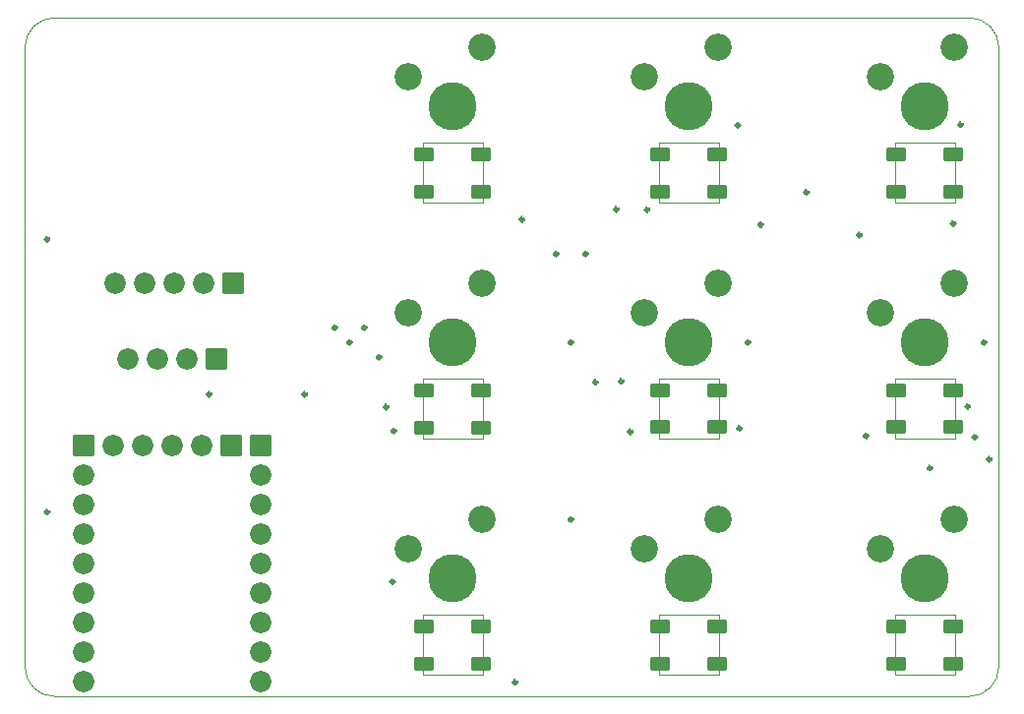
<source format=gbr>
%TF.GenerationSoftware,KiCad,Pcbnew,(6.0.5)*%
%TF.CreationDate,2022-06-04T16:39:11+08:00*%
%TF.ProjectId,keyboard_V3,6b657962-6f61-4726-945f-56332e6b6963,rev?*%
%TF.SameCoordinates,Original*%
%TF.FileFunction,Soldermask,Bot*%
%TF.FilePolarity,Negative*%
%FSLAX46Y46*%
G04 Gerber Fmt 4.6, Leading zero omitted, Abs format (unit mm)*
G04 Created by KiCad (PCBNEW (6.0.5)) date 2022-06-04 16:39:11*
%MOMM*%
%LPD*%
G01*
G04 APERTURE LIST*
G04 Aperture macros list*
%AMRoundRect*
0 Rectangle with rounded corners*
0 $1 Rounding radius*
0 $2 $3 $4 $5 $6 $7 $8 $9 X,Y pos of 4 corners*
0 Add a 4 corners polygon primitive as box body*
4,1,4,$2,$3,$4,$5,$6,$7,$8,$9,$2,$3,0*
0 Add four circle primitives for the rounded corners*
1,1,$1+$1,$2,$3*
1,1,$1+$1,$4,$5*
1,1,$1+$1,$6,$7*
1,1,$1+$1,$8,$9*
0 Add four rect primitives between the rounded corners*
20,1,$1+$1,$2,$3,$4,$5,0*
20,1,$1+$1,$4,$5,$6,$7,0*
20,1,$1+$1,$6,$7,$8,$9,0*
20,1,$1+$1,$8,$9,$2,$3,0*%
G04 Aperture macros list end*
%ADD10C,0.304000*%
%TA.AperFunction,Profile*%
%ADD11C,0.100000*%
%TD*%
%TA.AperFunction,Profile*%
%ADD12C,0.050000*%
%TD*%
%ADD13C,2.340000*%
%ADD14C,4.140000*%
%ADD15RoundRect,0.070000X-0.850000X-0.850000X0.850000X-0.850000X0.850000X0.850000X-0.850000X0.850000X0*%
%ADD16O,1.840000X1.840000*%
%ADD17RoundRect,0.070000X-0.850000X0.850000X-0.850000X-0.850000X0.850000X-0.850000X0.850000X0.850000X0*%
%ADD18RoundRect,0.070000X-0.750000X-0.500000X0.750000X-0.500000X0.750000X0.500000X-0.750000X0.500000X0*%
G04 APERTURE END LIST*
D10*
X107365400Y-63804800D02*
G75*
G03*
X107365400Y-63804800I-152000J0D01*
G01*
X106705000Y-72313800D02*
G75*
G03*
X106705000Y-72313800I-152000J0D01*
G01*
X98653200Y-73304400D02*
G75*
G03*
X98653200Y-73304400I-152000J0D01*
G01*
X94081200Y-69621400D02*
G75*
G03*
X94081200Y-69621400I-152000J0D01*
G01*
X109372000Y-82550000D02*
G75*
G03*
X109372000Y-82550000I-152000J0D01*
G01*
X107949600Y-88061800D02*
G75*
G03*
X107949600Y-88061800I-152000J0D01*
G01*
X108584600Y-90703400D02*
G75*
G03*
X108584600Y-90703400I-152000J0D01*
G01*
X109829200Y-92608400D02*
G75*
G03*
X109829200Y-92608400I-152000J0D01*
G01*
X104698400Y-93370400D02*
G75*
G03*
X104698400Y-93370400I-152000J0D01*
G01*
X99212000Y-90601800D02*
G75*
G03*
X99212000Y-90601800I-152000J0D01*
G01*
X88315400Y-89941400D02*
G75*
G03*
X88315400Y-89941400I-152000J0D01*
G01*
X78917400Y-90246200D02*
G75*
G03*
X78917400Y-90246200I-152000J0D01*
G01*
X89052000Y-82550000D02*
G75*
G03*
X89052000Y-82550000I-152000J0D01*
G01*
X90144200Y-72415400D02*
G75*
G03*
X90144200Y-72415400I-152000J0D01*
G01*
X88188400Y-63855600D02*
G75*
G03*
X88188400Y-63855600I-152000J0D01*
G01*
X80365200Y-71120000D02*
G75*
G03*
X80365200Y-71120000I-152000J0D01*
G01*
X77723600Y-71094600D02*
G75*
G03*
X77723600Y-71094600I-152000J0D01*
G01*
X69595600Y-71958200D02*
G75*
G03*
X69595600Y-71958200I-152000J0D01*
G01*
X75082000Y-74930000D02*
G75*
G03*
X75082000Y-74930000I-152000J0D01*
G01*
X72542000Y-74930000D02*
G75*
G03*
X72542000Y-74930000I-152000J0D01*
G01*
X73812000Y-82550000D02*
G75*
G03*
X73812000Y-82550000I-152000J0D01*
G01*
X78155400Y-85902800D02*
G75*
G03*
X78155400Y-85902800I-152000J0D01*
G01*
X75920200Y-85979000D02*
G75*
G03*
X75920200Y-85979000I-152000J0D01*
G01*
X73812000Y-97790000D02*
G75*
G03*
X73812000Y-97790000I-152000J0D01*
G01*
X69011400Y-111810800D02*
G75*
G03*
X69011400Y-111810800I-152000J0D01*
G01*
X58445000Y-103149400D02*
G75*
G03*
X58445000Y-103149400I-152000J0D01*
G01*
X58572000Y-90170000D02*
G75*
G03*
X58572000Y-90170000I-152000J0D01*
G01*
X57911600Y-88112600D02*
G75*
G03*
X57911600Y-88112600I-152000J0D01*
G01*
X57302000Y-83820000D02*
G75*
G03*
X57302000Y-83820000I-152000J0D01*
G01*
X56032000Y-81280000D02*
G75*
G03*
X56032000Y-81280000I-152000J0D01*
G01*
X54760782Y-82549478D02*
G75*
G03*
X54760782Y-82549478I-152000J0D01*
G01*
X53492000Y-81280000D02*
G75*
G03*
X53492000Y-81280000I-152000J0D01*
G01*
X50901200Y-87020400D02*
G75*
G03*
X50901200Y-87020400I-152000J0D01*
G01*
X42671600Y-87020400D02*
G75*
G03*
X42671600Y-87020400I-152000J0D01*
G01*
X28727000Y-73660000D02*
G75*
G03*
X28727000Y-73660000I-152000J0D01*
G01*
X28727000Y-97155000D02*
G75*
G03*
X28727000Y-97155000I-152000J0D01*
G01*
D11*
X107950000Y-113030000D02*
G75*
G03*
X110490000Y-110490000I0J2540000D01*
G01*
D12*
X101538462Y-65342253D02*
X106720062Y-65342253D01*
X106720062Y-65342253D02*
X106720062Y-70553853D01*
X106720062Y-70553853D02*
X101538462Y-70553853D01*
X101538462Y-70553853D02*
X101538462Y-65342253D01*
D11*
X29210000Y-113030000D02*
X107950000Y-113030000D01*
D12*
X60909200Y-85674200D02*
X66090800Y-85674200D01*
X66090800Y-85674200D02*
X66090800Y-90855800D01*
X66090800Y-90855800D02*
X60909200Y-90855800D01*
X60909200Y-90855800D02*
X60909200Y-85674200D01*
X60903194Y-65342253D02*
X66084794Y-65342253D01*
X66084794Y-65342253D02*
X66084794Y-70543853D01*
X66084794Y-70543853D02*
X60903194Y-70543853D01*
X60903194Y-70543853D02*
X60903194Y-65342253D01*
X101538462Y-85654200D02*
X106720062Y-85654200D01*
X106720062Y-85654200D02*
X106720062Y-90855800D01*
X106720062Y-90855800D02*
X101538462Y-90855800D01*
X101538462Y-90855800D02*
X101538462Y-85654200D01*
X81220828Y-85654200D02*
X86402428Y-85654200D01*
X86402428Y-85654200D02*
X86402428Y-90855800D01*
X86402428Y-90855800D02*
X81220828Y-90855800D01*
X81220828Y-90855800D02*
X81220828Y-85654200D01*
X81229200Y-65335000D02*
X86410800Y-65335000D01*
X86410800Y-65335000D02*
X86410800Y-70536600D01*
X86410800Y-70536600D02*
X81229200Y-70536600D01*
X81229200Y-70536600D02*
X81229200Y-65335000D01*
D11*
X26670000Y-110490000D02*
X26670000Y-57150000D01*
X110490000Y-110490000D02*
X110490000Y-57150000D01*
X110490000Y-57150000D02*
G75*
G03*
X107950000Y-54610000I-2540000J0D01*
G01*
D12*
X101549200Y-105974200D02*
X106730800Y-105974200D01*
X106730800Y-105974200D02*
X106730800Y-111195800D01*
X106730800Y-111195800D02*
X101549200Y-111195800D01*
X101549200Y-111195800D02*
X101549200Y-105974200D01*
D11*
X107950000Y-54610000D02*
X29210000Y-54610000D01*
D12*
X60909200Y-105984200D02*
X66090800Y-105984200D01*
X66090800Y-105984200D02*
X66090800Y-111175800D01*
X66090800Y-111175800D02*
X60909200Y-111175800D01*
X60909200Y-111175800D02*
X60909200Y-105984200D01*
X26670000Y-110490000D02*
G75*
G03*
X29210000Y-113030000I2540000J0D01*
G01*
X81229200Y-105974200D02*
X86410800Y-105974200D01*
X86410800Y-105974200D02*
X86410800Y-111195800D01*
X86410800Y-111195800D02*
X81229200Y-111195800D01*
X81229200Y-111195800D02*
X81229200Y-105974200D01*
X29210000Y-54610000D02*
G75*
G03*
X26670000Y-57150000I0J-2540000D01*
G01*
D13*
%TO.C,REF\u002A\u002A*%
X59690000Y-59690000D03*
X66040000Y-57150000D03*
D14*
X63500000Y-62230000D03*
%TD*%
%TO.C,REF\u002A\u002A*%
X104140000Y-102870000D03*
D13*
X106680000Y-97790000D03*
X100330000Y-100330000D03*
%TD*%
D14*
%TO.C,REF\u002A\u002A*%
X83820000Y-102870000D03*
D13*
X86360000Y-97790000D03*
X80010000Y-100330000D03*
%TD*%
D15*
%TO.C,REF\u002A\u002A*%
X46990000Y-91440000D03*
D16*
X46990000Y-93980000D03*
X46990000Y-96520000D03*
X46990000Y-99060000D03*
X46990000Y-101600000D03*
X46990000Y-104140000D03*
X46990000Y-106680000D03*
X46990000Y-109220000D03*
X46990000Y-111760000D03*
%TD*%
D14*
%TO.C,REF\u002A\u002A*%
X83820000Y-62230000D03*
D13*
X86360000Y-57150000D03*
X80010000Y-59690000D03*
%TD*%
D14*
%TO.C,REF\u002A\u002A*%
X104140000Y-82550000D03*
D13*
X106680000Y-77470000D03*
X100330000Y-80010000D03*
%TD*%
D15*
%TO.C,REF\u002A\u002A*%
X31750000Y-91440000D03*
D16*
X31750000Y-93980000D03*
X31750000Y-96520000D03*
X31750000Y-99060000D03*
X31750000Y-101600000D03*
X31750000Y-104140000D03*
X31750000Y-106680000D03*
X31750000Y-109220000D03*
X31750000Y-111760000D03*
%TD*%
D14*
%TO.C,REF\u002A\u002A*%
X83800782Y-82540391D03*
D13*
X86340782Y-77460391D03*
X79990782Y-80000391D03*
%TD*%
D14*
%TO.C,REF\u002A\u002A*%
X63500000Y-102870000D03*
D13*
X66040000Y-97790000D03*
X59690000Y-100330000D03*
%TD*%
D14*
%TO.C,REF\u002A\u002A*%
X63500000Y-82550000D03*
D13*
X66040000Y-77470000D03*
X59690000Y-80010000D03*
%TD*%
D14*
%TO.C,REF\u002A\u002A*%
X104140000Y-62230000D03*
D13*
X106680000Y-57150000D03*
X100330000Y-59690000D03*
%TD*%
D17*
%TO.C,REF\u002A\u002A*%
X44450000Y-91440000D03*
D16*
X41910000Y-91440000D03*
X39370000Y-91440000D03*
X36830000Y-91440000D03*
X34290000Y-91440000D03*
%TD*%
D17*
%TO.C,REF\u002A\u002A*%
X43170000Y-83947000D03*
D16*
X40630000Y-83947000D03*
X38090000Y-83947000D03*
X35550000Y-83947000D03*
%TD*%
D17*
%TO.C,REF\u002A\u002A*%
X44577000Y-77470000D03*
D16*
X42037000Y-77470000D03*
X39497000Y-77470000D03*
X36957000Y-77470000D03*
X34417000Y-77470000D03*
%TD*%
D18*
%TO.C,REF\u002A\u002A*%
X81370000Y-110185000D03*
X81370000Y-106985000D03*
X86270000Y-106985000D03*
X86270000Y-110185000D03*
%TD*%
%TO.C,REF\u002A\u002A*%
X101690000Y-69545000D03*
X101690000Y-66345000D03*
X106590000Y-66345000D03*
X106590000Y-69545000D03*
%TD*%
%TO.C,REF\u002A\u002A*%
X101690000Y-110185000D03*
X101690000Y-106985000D03*
X106590000Y-106985000D03*
X106590000Y-110185000D03*
%TD*%
%TO.C,REF\u002A\u002A*%
X81370000Y-69545000D03*
X81370000Y-66345000D03*
X86270000Y-66345000D03*
X86270000Y-69545000D03*
%TD*%
%TO.C,REF\u002A\u002A*%
X61050000Y-69545000D03*
X61050000Y-66345000D03*
X65950000Y-66345000D03*
X65950000Y-69545000D03*
%TD*%
%TO.C,REF\u002A\u002A*%
X61050000Y-110185000D03*
X61050000Y-106985000D03*
X65950000Y-106985000D03*
X65950000Y-110185000D03*
%TD*%
%TO.C,REF\u002A\u002A*%
X81360668Y-89857220D03*
X81360668Y-86657220D03*
X86260668Y-86657220D03*
X86260668Y-89857220D03*
%TD*%
%TO.C,REF\u002A\u002A*%
X101684229Y-89857220D03*
X101684229Y-86657220D03*
X106584229Y-86657220D03*
X106584229Y-89857220D03*
%TD*%
%TO.C,REF\u002A\u002A*%
X61050000Y-89865000D03*
X61050000Y-86665000D03*
X65950000Y-86665000D03*
X65950000Y-89865000D03*
%TD*%
M02*

</source>
